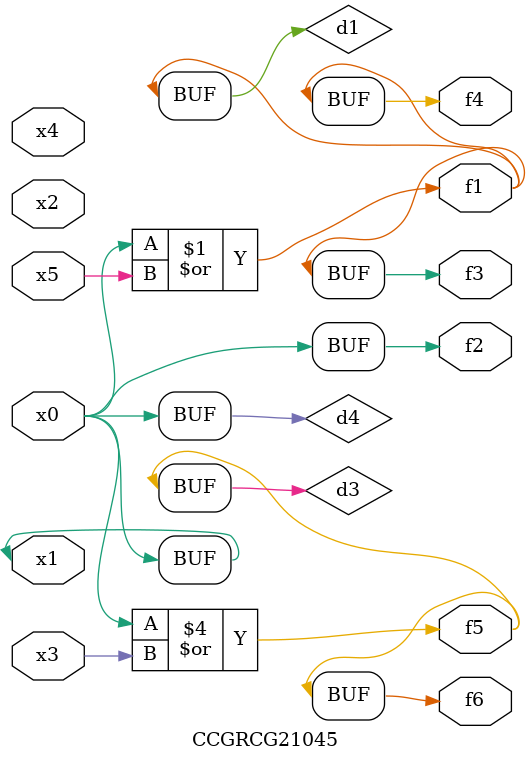
<source format=v>
module CCGRCG21045(
	input x0, x1, x2, x3, x4, x5,
	output f1, f2, f3, f4, f5, f6
);

	wire d1, d2, d3, d4;

	or (d1, x0, x5);
	xnor (d2, x1, x4);
	or (d3, x0, x3);
	buf (d4, x0, x1);
	assign f1 = d1;
	assign f2 = d4;
	assign f3 = d1;
	assign f4 = d1;
	assign f5 = d3;
	assign f6 = d3;
endmodule

</source>
